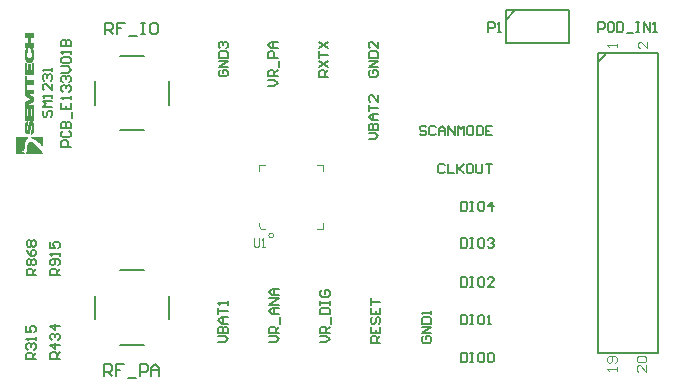
<source format=gto>
%FSAX43Y43*%
%MOMM*%
G71*
G01*
G75*
G04 Layer_Color=65535*
%ADD10R,0.650X0.650*%
%ADD11R,0.650X0.650*%
%ADD12R,1.200X1.000*%
%ADD13R,0.900X0.900*%
%ADD14C,1.000*%
%ADD15O,0.350X0.800*%
%ADD16O,0.800X0.350*%
G04:AMPARAMS|DCode=17|XSize=3.4mm|YSize=3.4mm|CornerRadius=0.085mm|HoleSize=0mm|Usage=FLASHONLY|Rotation=90.000|XOffset=0mm|YOffset=0mm|HoleType=Round|Shape=RoundedRectangle|*
%AMROUNDEDRECTD17*
21,1,3.400,3.230,0,0,90.0*
21,1,3.230,3.400,0,0,90.0*
1,1,0.170,1.615,1.615*
1,1,0.170,1.615,-1.615*
1,1,0.170,-1.615,-1.615*
1,1,0.170,-1.615,1.615*
%
%ADD17ROUNDEDRECTD17*%
%ADD18C,0.200*%
%ADD19C,0.800*%
%ADD20C,1.000*%
%ADD21C,0.400*%
%ADD22C,0.650*%
%ADD23C,0.350*%
%ADD24C,0.254*%
%ADD25C,1.100*%
%ADD26C,0.500*%
%ADD27C,1.600*%
%ADD28R,1.500X1.500*%
%ADD29C,1.500*%
%ADD30C,2.500*%
%ADD31C,0.500*%
%ADD32C,0.100*%
%ADD33C,0.025*%
%ADD34C,0.150*%
%ADD35C,0.120*%
D18*
X0100865Y0103765D02*
X0101500Y0104400D01*
X0100830Y0079070D02*
X0105910D01*
X0100830Y0102565D02*
Y0104470D01*
X0105910D01*
Y0102565D02*
Y0104470D01*
Y0079070D02*
Y0102565D01*
X0100830Y0079070D02*
Y0102565D01*
X0060340Y0104230D02*
X0062340D01*
X0064490Y0100080D02*
Y0102080D01*
X0060340Y0097930D02*
X0062340D01*
X0058190Y0100080D02*
Y0102080D01*
X0060340Y0086100D02*
X0062340D01*
X0064490Y0081950D02*
Y0083950D01*
X0060340Y0079800D02*
X0062340D01*
X0058190Y0081950D02*
Y0083950D01*
X0093010Y0107300D02*
X0093810Y0108100D01*
X0093010Y0105300D02*
Y0108100D01*
X0098350Y0105300D02*
Y0108100D01*
X0093010D02*
X0098350D01*
X0093010Y0105300D02*
X0098350D01*
X0059010Y0077170D02*
Y0078170D01*
X0059510D01*
X0059676Y0078003D01*
Y0077670D01*
X0059510Y0077503D01*
X0059010D01*
X0059343D02*
X0059676Y0077170D01*
X0060676Y0078170D02*
X0060010D01*
Y0077670D01*
X0060343D01*
X0060010D01*
Y0077170D01*
X0061009Y0077003D02*
X0061676D01*
X0062009Y0077170D02*
Y0078170D01*
X0062509D01*
X0062675Y0078003D01*
Y0077670D01*
X0062509Y0077503D01*
X0062009D01*
X0063009Y0077170D02*
Y0077836D01*
X0063342Y0078170D01*
X0063675Y0077836D01*
Y0077170D01*
Y0077670D01*
X0063009D01*
X0059090Y0106060D02*
Y0107060D01*
X0059590D01*
X0059756Y0106893D01*
Y0106560D01*
X0059590Y0106393D01*
X0059090D01*
X0059423D02*
X0059756Y0106060D01*
X0060756Y0107060D02*
X0060090D01*
Y0106560D01*
X0060423D01*
X0060090D01*
Y0106060D01*
X0061089Y0105893D02*
X0061756D01*
X0062089Y0107060D02*
X0062422D01*
X0062256D01*
Y0106060D01*
X0062089D01*
X0062422D01*
X0063422Y0107060D02*
X0063089D01*
X0062922Y0106893D01*
Y0106227D01*
X0063089Y0106060D01*
X0063422D01*
X0063589Y0106227D01*
Y0106893D01*
X0063422Y0107060D01*
D32*
X0073350Y0089020D02*
G03*
X0073350Y0089020I-0000200J0000000D01*
G01*
X0072300Y0089620D02*
X0072600D01*
X0077000D02*
X0077500D01*
Y0090120D01*
Y0094520D02*
Y0095020D01*
X0077000D02*
X0077500D01*
X0072100D02*
X0072600D01*
X0072100Y0094520D02*
Y0095020D01*
Y0089820D02*
Y0090120D01*
Y0089820D02*
X0072300Y0089620D01*
X0104900Y0078033D02*
Y0077500D01*
X0104367Y0078033D01*
X0104234D01*
X0104100Y0077900D01*
Y0077633D01*
X0104234Y0077500D01*
Y0078300D02*
X0104100Y0078433D01*
Y0078700D01*
X0104234Y0078833D01*
X0104767D01*
X0104900Y0078700D01*
Y0078433D01*
X0104767Y0078300D01*
X0104234D01*
X0102400Y0077600D02*
Y0077867D01*
Y0077733D01*
X0101600D01*
X0101734Y0077600D01*
X0102267Y0078266D02*
X0102400Y0078400D01*
Y0078666D01*
X0102267Y0078800D01*
X0101734D01*
X0101600Y0078666D01*
Y0078400D01*
X0101734Y0078266D01*
X0101867D01*
X0102000Y0078400D01*
Y0078800D01*
X0102400Y0105000D02*
Y0105267D01*
Y0105133D01*
X0101600D01*
X0101734Y0105000D01*
X0105000Y0105433D02*
Y0104900D01*
X0104467Y0105433D01*
X0104334D01*
X0104200Y0105300D01*
Y0105033D01*
X0104334Y0104900D01*
D33*
X0052780Y0096020D02*
Y0096985D01*
X0053415Y0097011D02*
Y0097366D01*
X0052018Y0096299D02*
Y0097366D01*
X0052806Y0097341D02*
Y0097366D01*
X0053720Y0096706D02*
Y0097366D01*
Y0096020D02*
Y0096045D01*
X0053695Y0096731D02*
Y0097366D01*
Y0096020D02*
Y0096071D01*
X0053669Y0096757D02*
Y0097366D01*
Y0096020D02*
Y0096122D01*
X0053644Y0096782D02*
Y0097366D01*
Y0096020D02*
Y0096147D01*
X0053618Y0096807D02*
Y0097366D01*
Y0096020D02*
Y0096172D01*
X0053593Y0096833D02*
Y0097366D01*
Y0096020D02*
Y0096198D01*
X0053568Y0096858D02*
Y0097366D01*
Y0096020D02*
Y0096249D01*
X0053542Y0096884D02*
Y0097366D01*
Y0096020D02*
Y0096274D01*
X0053517Y0096909D02*
Y0097366D01*
Y0096020D02*
Y0096299D01*
X0053491Y0096934D02*
Y0097366D01*
Y0096020D02*
Y0096325D01*
X0053466Y0096960D02*
Y0097366D01*
Y0096020D02*
Y0096350D01*
X0053441Y0096985D02*
Y0097366D01*
Y0096020D02*
Y0096401D01*
X0053415Y0096020D02*
Y0096426D01*
X0053390Y0097011D02*
Y0097366D01*
Y0096020D02*
Y0096452D01*
X0053364Y0097036D02*
Y0097366D01*
Y0096020D02*
Y0096477D01*
X0053339Y0097061D02*
Y0097366D01*
Y0096020D02*
Y0096503D01*
X0053314Y0097087D02*
Y0097366D01*
Y0096020D02*
Y0096528D01*
X0053288Y0097112D02*
Y0097366D01*
Y0096020D02*
Y0096553D01*
X0053263Y0097112D02*
Y0097366D01*
Y0096020D02*
Y0096579D01*
X0053237Y0097138D02*
Y0097366D01*
Y0096020D02*
Y0096604D01*
X0053212Y0097163D02*
Y0097366D01*
Y0096020D02*
Y0096630D01*
X0053187Y0097163D02*
Y0097366D01*
Y0096020D02*
Y0096655D01*
X0053161Y0097188D02*
Y0097366D01*
Y0096020D02*
Y0096680D01*
X0053136Y0097188D02*
Y0097366D01*
Y0096020D02*
Y0096706D01*
X0053110Y0097214D02*
Y0097366D01*
Y0096020D02*
Y0096731D01*
X0053085Y0097239D02*
Y0097366D01*
Y0096020D02*
Y0096757D01*
X0053060Y0097239D02*
Y0097366D01*
Y0096020D02*
Y0096782D01*
X0053034Y0097265D02*
Y0097366D01*
Y0096020D02*
Y0096807D01*
X0053009Y0097265D02*
Y0097366D01*
Y0096020D02*
Y0096833D01*
X0052983Y0105875D02*
Y0106180D01*
Y0105012D02*
Y0105342D01*
Y0104046D02*
Y0104681D01*
Y0102700D02*
Y0103640D01*
Y0101862D02*
Y0102167D01*
Y0101075D02*
Y0101329D01*
Y0100440D02*
Y0100744D01*
Y0099855D02*
Y0100109D01*
Y0098814D02*
Y0099754D01*
Y0097849D02*
Y0098484D01*
Y0097290D02*
Y0097366D01*
Y0096020D02*
Y0096858D01*
X0052958Y0105850D02*
Y0106180D01*
Y0105012D02*
Y0105342D01*
Y0103970D02*
Y0104758D01*
Y0102700D02*
Y0103640D01*
Y0101837D02*
Y0102167D01*
Y0101075D02*
Y0101329D01*
Y0100414D02*
Y0100770D01*
Y0099855D02*
Y0100109D01*
Y0098814D02*
Y0099754D01*
Y0097773D02*
Y0098560D01*
Y0097290D02*
Y0097366D01*
Y0096020D02*
Y0096884D01*
X0052933Y0105875D02*
Y0106180D01*
Y0105012D02*
Y0105342D01*
Y0103919D02*
Y0104834D01*
Y0102700D02*
Y0103640D01*
Y0101862D02*
Y0102167D01*
Y0101075D02*
Y0101329D01*
Y0100414D02*
Y0100770D01*
Y0099855D02*
Y0100109D01*
Y0098814D02*
Y0099754D01*
Y0097747D02*
Y0098611D01*
Y0097315D02*
Y0097366D01*
Y0096020D02*
Y0096909D01*
X0052907Y0105875D02*
Y0106180D01*
Y0105012D02*
Y0105342D01*
Y0103869D02*
Y0104859D01*
Y0102700D02*
Y0103640D01*
Y0101862D02*
Y0102167D01*
Y0101075D02*
Y0101329D01*
Y0100389D02*
Y0100795D01*
Y0099855D02*
Y0100109D01*
Y0098814D02*
Y0099754D01*
Y0097696D02*
Y0098662D01*
Y0097315D02*
Y0097366D01*
Y0096020D02*
Y0096934D01*
X0052882Y0105875D02*
Y0106180D01*
Y0105012D02*
Y0105342D01*
Y0103843D02*
Y0104885D01*
Y0102700D02*
Y0103640D01*
Y0101862D02*
Y0102167D01*
Y0101075D02*
Y0101329D01*
Y0100363D02*
Y0100795D01*
Y0099855D02*
Y0100109D01*
Y0098814D02*
Y0099754D01*
Y0097696D02*
Y0098687D01*
Y0097315D02*
Y0097366D01*
Y0096020D02*
Y0096934D01*
X0052856Y0105875D02*
Y0106180D01*
Y0105012D02*
Y0105342D01*
Y0104478D02*
Y0104910D01*
Y0103792D02*
Y0104250D01*
Y0102700D02*
Y0103640D01*
Y0101862D02*
Y0102167D01*
Y0101075D02*
Y0101329D01*
Y0100363D02*
Y0100821D01*
Y0099855D02*
Y0100109D01*
Y0098814D02*
Y0099754D01*
Y0098331D02*
Y0098687D01*
Y0097671D02*
Y0098027D01*
Y0097341D02*
Y0097366D01*
Y0096020D02*
Y0096960D01*
X0052831Y0105875D02*
Y0106180D01*
Y0105012D02*
Y0105342D01*
Y0104529D02*
Y0104935D01*
Y0103792D02*
Y0104173D01*
Y0102700D02*
Y0103005D01*
Y0101862D02*
Y0102167D01*
Y0101075D02*
Y0101329D01*
Y0100338D02*
Y0100821D01*
Y0099855D02*
Y0100109D01*
Y0098814D02*
Y0099119D01*
Y0098382D02*
Y0098712D01*
Y0097671D02*
Y0098001D01*
Y0097341D02*
Y0097366D01*
Y0096020D02*
Y0096960D01*
X0052806Y0105875D02*
Y0106180D01*
Y0105012D02*
Y0105342D01*
Y0104580D02*
Y0104935D01*
Y0103767D02*
Y0104123D01*
Y0102700D02*
Y0103005D01*
Y0101862D02*
Y0102167D01*
Y0101075D02*
Y0101329D01*
Y0100338D02*
Y0100846D01*
Y0099855D02*
Y0100109D01*
Y0098814D02*
Y0099119D01*
Y0098382D02*
Y0098712D01*
Y0097646D02*
Y0097976D01*
Y0096020D02*
Y0096985D01*
X0052780Y0105875D02*
Y0106180D01*
Y0105012D02*
Y0105342D01*
Y0104580D02*
Y0104935D01*
Y0103742D02*
Y0104097D01*
Y0102700D02*
Y0103005D01*
Y0101862D02*
Y0102167D01*
Y0101075D02*
Y0101329D01*
Y0100617D02*
Y0100871D01*
Y0100313D02*
Y0100592D01*
Y0099855D02*
Y0100109D01*
Y0098814D02*
Y0099119D01*
Y0098382D02*
Y0098712D01*
Y0097646D02*
Y0097976D01*
X0052755Y0105875D02*
Y0106180D01*
Y0105012D02*
Y0105342D01*
Y0104910D02*
Y0104935D01*
Y0103742D02*
Y0104072D01*
Y0102700D02*
Y0103005D01*
Y0101862D02*
Y0102167D01*
Y0101075D02*
Y0101329D01*
Y0100643D02*
Y0100871D01*
Y0100313D02*
Y0100567D01*
Y0099855D02*
Y0100109D01*
Y0098814D02*
Y0099119D01*
Y0098357D02*
Y0098712D01*
Y0096020D02*
Y0096985D01*
X0052729Y0105850D02*
Y0106180D01*
Y0105012D02*
Y0105342D01*
Y0103742D02*
Y0104072D01*
Y0102700D02*
Y0103005D01*
Y0101862D02*
Y0102167D01*
Y0101075D02*
Y0101329D01*
Y0100643D02*
Y0100897D01*
Y0100287D02*
Y0100541D01*
Y0099855D02*
Y0100109D01*
Y0098814D02*
Y0099119D01*
Y0098230D02*
Y0098712D01*
Y0096020D02*
Y0096985D01*
X0052704Y0105012D02*
Y0106180D01*
Y0103716D02*
Y0104072D01*
Y0102700D02*
Y0103589D01*
Y0101862D02*
Y0102167D01*
Y0101075D02*
Y0101329D01*
Y0100668D02*
Y0100897D01*
Y0100262D02*
Y0100541D01*
Y0099855D02*
Y0100109D01*
Y0098814D02*
Y0099703D01*
Y0098027D02*
Y0098687D01*
Y0096020D02*
Y0096985D01*
X0052679Y0105012D02*
Y0106180D01*
Y0103716D02*
Y0104046D01*
Y0102700D02*
Y0103589D01*
Y0101862D02*
Y0102167D01*
Y0101075D02*
Y0101329D01*
Y0100668D02*
Y0100922D01*
Y0100262D02*
Y0100541D01*
Y0099855D02*
Y0100109D01*
Y0098814D02*
Y0099703D01*
Y0097874D02*
Y0098662D01*
Y0096020D02*
Y0096960D01*
X0052653Y0105012D02*
Y0106180D01*
Y0103716D02*
Y0104046D01*
Y0102700D02*
Y0103589D01*
Y0101862D02*
Y0102167D01*
Y0101075D02*
Y0101329D01*
Y0100694D02*
Y0100922D01*
Y0100236D02*
Y0100516D01*
Y0099855D02*
Y0100109D01*
Y0098814D02*
Y0099703D01*
Y0097798D02*
Y0098636D01*
Y0096020D02*
Y0096960D01*
X0052628Y0105012D02*
Y0106180D01*
Y0103716D02*
Y0104046D01*
Y0102700D02*
Y0103589D01*
Y0101862D02*
Y0102167D01*
Y0101075D02*
Y0101329D01*
Y0100719D02*
Y0100948D01*
Y0100236D02*
Y0100490D01*
Y0099855D02*
Y0100109D01*
Y0098814D02*
Y0099703D01*
Y0097747D02*
Y0098585D01*
Y0096020D02*
Y0096934D01*
X0052602Y0105012D02*
Y0106180D01*
Y0103716D02*
Y0104046D01*
Y0102700D02*
Y0103589D01*
Y0101862D02*
Y0102167D01*
Y0101075D02*
Y0101329D01*
Y0100719D02*
Y0100973D01*
Y0100211D02*
Y0100490D01*
Y0099855D02*
Y0100109D01*
Y0098814D02*
Y0099703D01*
Y0097722D02*
Y0098509D01*
Y0096020D02*
Y0096934D01*
X0052577Y0105012D02*
Y0106180D01*
Y0103716D02*
Y0104072D01*
Y0102700D02*
Y0103589D01*
Y0101862D02*
Y0102167D01*
Y0101075D02*
Y0101329D01*
Y0100744D02*
Y0100973D01*
Y0100211D02*
Y0100465D01*
Y0099855D02*
Y0100109D01*
Y0098814D02*
Y0099703D01*
Y0097696D02*
Y0098382D01*
Y0096020D02*
Y0096884D01*
X0052552Y0105850D02*
Y0106180D01*
Y0105012D02*
Y0105342D01*
Y0103742D02*
Y0104072D01*
Y0102700D02*
Y0103005D01*
Y0101862D02*
Y0102167D01*
Y0101075D02*
Y0101329D01*
Y0100744D02*
Y0100998D01*
Y0100186D02*
Y0100465D01*
Y0099855D02*
Y0100109D01*
Y0098814D02*
Y0099119D01*
Y0097696D02*
Y0098204D01*
Y0096020D02*
Y0096858D01*
X0052526Y0105875D02*
Y0106180D01*
Y0105012D02*
Y0105342D01*
Y0103742D02*
Y0104097D01*
Y0102700D02*
Y0103005D01*
Y0101862D02*
Y0102167D01*
Y0101075D02*
Y0101329D01*
Y0100770D02*
Y0100998D01*
Y0100160D02*
Y0100440D01*
Y0099855D02*
Y0100109D01*
Y0098814D02*
Y0099119D01*
Y0097671D02*
Y0098052D01*
Y0096020D02*
Y0096807D01*
X0052501Y0105875D02*
Y0106180D01*
Y0105012D02*
Y0105342D01*
Y0104605D02*
Y0104935D01*
Y0103742D02*
Y0104097D01*
Y0102700D02*
Y0103005D01*
Y0101862D02*
Y0102167D01*
Y0101075D02*
Y0101329D01*
Y0100795D02*
Y0101024D01*
Y0100160D02*
Y0100440D01*
Y0099855D02*
Y0100109D01*
Y0098814D02*
Y0099119D01*
Y0097671D02*
Y0098001D01*
Y0097341D02*
Y0097366D01*
Y0096020D02*
Y0096706D01*
X0052475Y0105875D02*
Y0106180D01*
Y0105012D02*
Y0105342D01*
Y0104580D02*
Y0104935D01*
Y0103767D02*
Y0104148D01*
Y0102700D02*
Y0103005D01*
Y0101862D02*
Y0102167D01*
Y0101075D02*
Y0101329D01*
Y0100795D02*
Y0101024D01*
Y0100135D02*
Y0100414D01*
Y0099855D02*
Y0100109D01*
Y0098814D02*
Y0099119D01*
Y0098382D02*
Y0098687D01*
Y0097671D02*
Y0098001D01*
Y0097341D02*
Y0097366D01*
Y0096020D02*
Y0096503D01*
X0052450Y0105875D02*
Y0106180D01*
Y0105012D02*
Y0105342D01*
Y0104529D02*
Y0104910D01*
Y0103792D02*
Y0104173D01*
Y0102700D02*
Y0103005D01*
Y0101837D02*
Y0102167D01*
Y0101075D02*
Y0101329D01*
Y0100821D02*
Y0101049D01*
Y0100135D02*
Y0100389D01*
Y0099855D02*
Y0100109D01*
Y0098814D02*
Y0099119D01*
Y0098357D02*
Y0098687D01*
Y0097696D02*
Y0098001D01*
Y0097315D02*
Y0097366D01*
Y0096020D02*
Y0096198D01*
X0052425Y0105875D02*
Y0106180D01*
Y0105012D02*
Y0105342D01*
Y0104453D02*
Y0104910D01*
Y0103818D02*
Y0104275D01*
Y0102700D02*
Y0103615D01*
Y0101430D02*
Y0102573D01*
Y0100821D02*
Y0101329D01*
Y0099855D02*
Y0100389D01*
Y0098814D02*
Y0099728D01*
Y0098306D02*
Y0098662D01*
Y0097696D02*
Y0098052D01*
Y0097290D02*
Y0097366D01*
Y0096020D02*
Y0096096D01*
X0052399Y0105875D02*
Y0106180D01*
Y0105012D02*
Y0105342D01*
Y0103843D02*
Y0104885D01*
Y0102700D02*
Y0103615D01*
Y0101430D02*
Y0102573D01*
Y0100846D02*
Y0101329D01*
Y0099855D02*
Y0100363D01*
Y0098814D02*
Y0099728D01*
Y0097722D02*
Y0098662D01*
Y0097265D02*
Y0097366D01*
Y0096020D02*
Y0096071D01*
X0052374Y0105875D02*
Y0106180D01*
Y0105012D02*
Y0105342D01*
Y0103869D02*
Y0104859D01*
Y0102700D02*
Y0103615D01*
Y0101430D02*
Y0102573D01*
Y0100871D02*
Y0101329D01*
Y0099855D02*
Y0100363D01*
Y0098814D02*
Y0099728D01*
Y0097747D02*
Y0098636D01*
Y0097265D02*
Y0097366D01*
Y0096020D02*
Y0096045D01*
X0052348Y0105875D02*
Y0106180D01*
Y0105012D02*
Y0105342D01*
Y0103919D02*
Y0104808D01*
Y0102700D02*
Y0103615D01*
Y0101430D02*
Y0102573D01*
Y0100871D02*
Y0101329D01*
Y0099855D02*
Y0100338D01*
Y0098814D02*
Y0099728D01*
Y0097773D02*
Y0098611D01*
Y0097214D02*
Y0097366D01*
X0052323Y0105850D02*
Y0106180D01*
Y0105012D02*
Y0105342D01*
Y0103970D02*
Y0104758D01*
Y0102700D02*
Y0103615D01*
Y0101430D02*
Y0102573D01*
Y0100897D02*
Y0101329D01*
Y0099855D02*
Y0100338D01*
Y0098814D02*
Y0099728D01*
Y0097823D02*
Y0098560D01*
Y0097188D02*
Y0097366D01*
X0052298Y0105875D02*
Y0106180D01*
Y0105037D02*
Y0105342D01*
Y0104072D02*
Y0104656D01*
Y0102700D02*
Y0103615D01*
Y0101430D02*
Y0102573D01*
Y0100897D02*
Y0101329D01*
Y0099881D02*
Y0100313D01*
Y0098814D02*
Y0099728D01*
Y0097900D02*
Y0098484D01*
Y0097138D02*
Y0097366D01*
X0052272Y0097036D02*
Y0097366D01*
X0052247Y0096934D02*
Y0097366D01*
X0052221Y0096655D02*
Y0097366D01*
X0052196Y0096426D02*
Y0097366D01*
Y0096020D02*
Y0096045D01*
X0052171Y0096350D02*
Y0097366D01*
Y0096020D02*
Y0096045D01*
X0052145Y0096325D02*
Y0097366D01*
Y0096020D02*
Y0096045D01*
X0052120Y0096299D02*
Y0097366D01*
Y0096020D02*
Y0096071D01*
X0052094Y0096299D02*
Y0097366D01*
Y0096020D02*
Y0096071D01*
X0052069Y0096274D02*
Y0097366D01*
Y0096020D02*
Y0096096D01*
X0052044Y0096299D02*
Y0097366D01*
Y0096020D02*
Y0096122D01*
X0052018Y0096020D02*
Y0096122D01*
X0051993Y0096299D02*
Y0097366D01*
Y0096020D02*
Y0096147D01*
X0051967Y0096325D02*
Y0097366D01*
Y0096020D02*
Y0096172D01*
X0051942Y0096325D02*
Y0097366D01*
Y0096020D02*
Y0096198D01*
X0051917Y0096350D02*
Y0097366D01*
Y0096020D02*
Y0096223D01*
X0051891Y0096376D02*
Y0097366D01*
Y0096020D02*
Y0096249D01*
X0051866Y0096401D02*
Y0097366D01*
Y0096020D02*
Y0096274D01*
X0051840Y0096426D02*
Y0097366D01*
Y0096020D02*
Y0096299D01*
X0051815Y0096452D02*
Y0097366D01*
Y0096020D02*
Y0096325D01*
X0051790Y0096477D02*
Y0097366D01*
Y0096020D02*
Y0096350D01*
X0051764Y0096503D02*
Y0097366D01*
Y0096020D02*
Y0096401D01*
X0051739Y0096528D02*
Y0097366D01*
Y0096020D02*
Y0096426D01*
X0051713Y0096579D02*
Y0097366D01*
Y0096020D02*
Y0096452D01*
X0051688Y0096604D02*
Y0097366D01*
Y0096020D02*
Y0096503D01*
X0051663Y0096655D02*
Y0097366D01*
Y0096020D02*
Y0096553D01*
X0051637Y0096680D02*
Y0097366D01*
Y0096020D02*
Y0096579D01*
X0051612Y0096731D02*
Y0097366D01*
Y0096020D02*
Y0096630D01*
X0051586Y0096757D02*
Y0097366D01*
Y0096020D02*
Y0096655D01*
X0051561Y0096807D02*
Y0097366D01*
Y0096020D02*
Y0096706D01*
D34*
X0055240Y0078600D02*
X0054440D01*
Y0079000D01*
X0054574Y0079133D01*
X0054840D01*
X0054973Y0079000D01*
Y0078600D01*
Y0078867D02*
X0055240Y0079133D01*
Y0079800D02*
X0054440D01*
X0054840Y0079400D01*
Y0079933D01*
X0054574Y0080199D02*
X0054440Y0080333D01*
Y0080599D01*
X0054574Y0080733D01*
X0054707D01*
X0054840Y0080599D01*
Y0080466D01*
Y0080599D01*
X0054973Y0080733D01*
X0055107D01*
X0055240Y0080599D01*
Y0080333D01*
X0055107Y0080199D01*
X0055240Y0081399D02*
X0054440D01*
X0054840Y0080999D01*
Y0081532D01*
X0053220Y0078560D02*
X0052420D01*
Y0078960D01*
X0052554Y0079093D01*
X0052820D01*
X0052953Y0078960D01*
Y0078560D01*
Y0078827D02*
X0053220Y0079093D01*
X0052554Y0079360D02*
X0052420Y0079493D01*
Y0079760D01*
X0052554Y0079893D01*
X0052687D01*
X0052820Y0079760D01*
Y0079626D01*
Y0079760D01*
X0052953Y0079893D01*
X0053087D01*
X0053220Y0079760D01*
Y0079493D01*
X0053087Y0079360D01*
X0053220Y0080159D02*
Y0080426D01*
Y0080293D01*
X0052420D01*
X0052554Y0080159D01*
X0052420Y0081359D02*
Y0080826D01*
X0052820D01*
X0052687Y0081093D01*
Y0081226D01*
X0052820Y0081359D01*
X0053087D01*
X0053220Y0081226D01*
Y0080959D01*
X0053087Y0080826D01*
X0055240Y0085700D02*
X0054440D01*
Y0086100D01*
X0054574Y0086233D01*
X0054840D01*
X0054973Y0086100D01*
Y0085700D01*
Y0085967D02*
X0055240Y0086233D01*
X0055107Y0086500D02*
X0055240Y0086633D01*
Y0086900D01*
X0055107Y0087033D01*
X0054574D01*
X0054440Y0086900D01*
Y0086633D01*
X0054574Y0086500D01*
X0054707D01*
X0054840Y0086633D01*
Y0087033D01*
X0055240Y0087299D02*
Y0087566D01*
Y0087433D01*
X0054440D01*
X0054574Y0087299D01*
X0054440Y0088499D02*
Y0087966D01*
X0054840D01*
X0054707Y0088233D01*
Y0088366D01*
X0054840Y0088499D01*
X0055107D01*
X0055240Y0088366D01*
Y0088099D01*
X0055107Y0087966D01*
X0053240Y0085700D02*
X0052440D01*
Y0086100D01*
X0052574Y0086233D01*
X0052840D01*
X0052973Y0086100D01*
Y0085700D01*
Y0085967D02*
X0053240Y0086233D01*
X0052574Y0086500D02*
X0052440Y0086633D01*
Y0086900D01*
X0052574Y0087033D01*
X0052707D01*
X0052840Y0086900D01*
X0052973Y0087033D01*
X0053107D01*
X0053240Y0086900D01*
Y0086633D01*
X0053107Y0086500D01*
X0052973D01*
X0052840Y0086633D01*
X0052707Y0086500D01*
X0052574D01*
X0052840Y0086633D02*
Y0086900D01*
X0052440Y0087833D02*
X0052574Y0087566D01*
X0052840Y0087299D01*
X0053107D01*
X0053240Y0087433D01*
Y0087699D01*
X0053107Y0087833D01*
X0052973D01*
X0052840Y0087699D01*
Y0087299D01*
X0052574Y0088099D02*
X0052440Y0088233D01*
Y0088499D01*
X0052574Y0088632D01*
X0052707D01*
X0052840Y0088499D01*
X0052973Y0088632D01*
X0053107D01*
X0053240Y0088499D01*
Y0088233D01*
X0053107Y0088099D01*
X0052973D01*
X0052840Y0088233D01*
X0052707Y0088099D01*
X0052574D01*
X0052840Y0088233D02*
Y0088499D01*
X0087833Y0094966D02*
X0087700Y0095100D01*
X0087433D01*
X0087300Y0094966D01*
Y0094433D01*
X0087433Y0094300D01*
X0087700D01*
X0087833Y0094433D01*
X0088100Y0095100D02*
Y0094300D01*
X0088633D01*
X0088899Y0095100D02*
Y0094300D01*
Y0094567D01*
X0089433Y0095100D01*
X0089033Y0094700D01*
X0089433Y0094300D01*
X0090099Y0095100D02*
X0089833D01*
X0089699Y0094966D01*
Y0094433D01*
X0089833Y0094300D01*
X0090099D01*
X0090232Y0094433D01*
Y0094966D01*
X0090099Y0095100D01*
X0090499D02*
Y0094433D01*
X0090632Y0094300D01*
X0090899D01*
X0091032Y0094433D01*
Y0095100D01*
X0091299D02*
X0091832D01*
X0091565D01*
Y0094300D01*
X0086024Y0080503D02*
X0085890Y0080370D01*
Y0080103D01*
X0086024Y0079970D01*
X0086557D01*
X0086690Y0080103D01*
Y0080370D01*
X0086557Y0080503D01*
X0086290D01*
Y0080237D01*
X0086690Y0080770D02*
X0085890D01*
X0086690Y0081303D01*
X0085890D01*
Y0081569D02*
X0086690D01*
Y0081969D01*
X0086557Y0082103D01*
X0086024D01*
X0085890Y0081969D01*
Y0081569D01*
X0086690Y0082369D02*
Y0082636D01*
Y0082503D01*
X0085890D01*
X0086024Y0082369D01*
X0081524Y0103023D02*
X0081390Y0102890D01*
Y0102623D01*
X0081524Y0102490D01*
X0082057D01*
X0082190Y0102623D01*
Y0102890D01*
X0082057Y0103023D01*
X0081790D01*
Y0102757D01*
X0082190Y0103290D02*
X0081390D01*
X0082190Y0103823D01*
X0081390D01*
Y0104089D02*
X0082190D01*
Y0104489D01*
X0082057Y0104623D01*
X0081524D01*
X0081390Y0104489D01*
Y0104089D01*
X0082190Y0105422D02*
Y0104889D01*
X0081657Y0105422D01*
X0081524D01*
X0081390Y0105289D01*
Y0105023D01*
X0081524Y0104889D01*
X0089200Y0079100D02*
Y0078300D01*
X0089600D01*
X0089733Y0078433D01*
Y0078966D01*
X0089600Y0079100D01*
X0089200D01*
X0090000D02*
X0090266D01*
X0090133D01*
Y0078300D01*
X0090000D01*
X0090266D01*
X0091066Y0079100D02*
X0090799D01*
X0090666Y0078966D01*
Y0078433D01*
X0090799Y0078300D01*
X0091066D01*
X0091199Y0078433D01*
Y0078966D01*
X0091066Y0079100D01*
X0091466Y0078966D02*
X0091599Y0079100D01*
X0091866D01*
X0091999Y0078966D01*
Y0078433D01*
X0091866Y0078300D01*
X0091599D01*
X0091466Y0078433D01*
Y0078966D01*
X0089200Y0082300D02*
Y0081500D01*
X0089600D01*
X0089733Y0081633D01*
Y0082166D01*
X0089600Y0082300D01*
X0089200D01*
X0090000D02*
X0090266D01*
X0090133D01*
Y0081500D01*
X0090000D01*
X0090266D01*
X0091066Y0082300D02*
X0090799D01*
X0090666Y0082166D01*
Y0081633D01*
X0090799Y0081500D01*
X0091066D01*
X0091199Y0081633D01*
Y0082166D01*
X0091066Y0082300D01*
X0091466Y0081500D02*
X0091733D01*
X0091599D01*
Y0082300D01*
X0091466Y0082166D01*
X0089200Y0085500D02*
Y0084700D01*
X0089600D01*
X0089733Y0084833D01*
Y0085366D01*
X0089600Y0085500D01*
X0089200D01*
X0090000D02*
X0090266D01*
X0090133D01*
Y0084700D01*
X0090000D01*
X0090266D01*
X0091066Y0085500D02*
X0090799D01*
X0090666Y0085366D01*
Y0084833D01*
X0090799Y0084700D01*
X0091066D01*
X0091199Y0084833D01*
Y0085366D01*
X0091066Y0085500D01*
X0091999Y0084700D02*
X0091466D01*
X0091999Y0085233D01*
Y0085366D01*
X0091866Y0085500D01*
X0091599D01*
X0091466Y0085366D01*
X0089200Y0088800D02*
Y0088000D01*
X0089600D01*
X0089733Y0088133D01*
Y0088666D01*
X0089600Y0088800D01*
X0089200D01*
X0090000D02*
X0090266D01*
X0090133D01*
Y0088000D01*
X0090000D01*
X0090266D01*
X0091066Y0088800D02*
X0090799D01*
X0090666Y0088666D01*
Y0088133D01*
X0090799Y0088000D01*
X0091066D01*
X0091199Y0088133D01*
Y0088666D01*
X0091066Y0088800D01*
X0091466Y0088666D02*
X0091599Y0088800D01*
X0091866D01*
X0091999Y0088666D01*
Y0088533D01*
X0091866Y0088400D01*
X0091733D01*
X0091866D01*
X0091999Y0088267D01*
Y0088133D01*
X0091866Y0088000D01*
X0091599D01*
X0091466Y0088133D01*
X0089200Y0091900D02*
Y0091100D01*
X0089600D01*
X0089733Y0091233D01*
Y0091766D01*
X0089600Y0091900D01*
X0089200D01*
X0090000D02*
X0090266D01*
X0090133D01*
Y0091100D01*
X0090000D01*
X0090266D01*
X0091066Y0091900D02*
X0090799D01*
X0090666Y0091766D01*
Y0091233D01*
X0090799Y0091100D01*
X0091066D01*
X0091199Y0091233D01*
Y0091766D01*
X0091066Y0091900D01*
X0091866Y0091100D02*
Y0091900D01*
X0091466Y0091500D01*
X0091999D01*
X0091540Y0106300D02*
Y0107100D01*
X0091940D01*
X0092073Y0106966D01*
Y0106700D01*
X0091940Y0106567D01*
X0091540D01*
X0092340Y0106300D02*
X0092606D01*
X0092473D01*
Y0107100D01*
X0092340Y0106966D01*
X0100840Y0106290D02*
Y0107090D01*
X0101240D01*
X0101373Y0106956D01*
Y0106690D01*
X0101240Y0106557D01*
X0100840D01*
X0102040Y0107090D02*
X0101773D01*
X0101640Y0106956D01*
Y0106423D01*
X0101773Y0106290D01*
X0102040D01*
X0102173Y0106423D01*
Y0106956D01*
X0102040Y0107090D01*
X0102439D02*
Y0106290D01*
X0102839D01*
X0102973Y0106423D01*
Y0106956D01*
X0102839Y0107090D01*
X0102439D01*
X0103239Y0106157D02*
X0103772D01*
X0104039Y0107090D02*
X0104306D01*
X0104172D01*
Y0106290D01*
X0104039D01*
X0104306D01*
X0104705D02*
Y0107090D01*
X0105239Y0106290D01*
Y0107090D01*
X0105505Y0106290D02*
X0105772D01*
X0105638D01*
Y0107090D01*
X0105505Y0106956D01*
X0082390Y0079970D02*
X0081590D01*
Y0080370D01*
X0081724Y0080503D01*
X0081990D01*
X0082123Y0080370D01*
Y0079970D01*
Y0080237D02*
X0082390Y0080503D01*
X0081590Y0081303D02*
Y0080770D01*
X0082390D01*
Y0081303D01*
X0081990Y0080770D02*
Y0081036D01*
X0081724Y0082103D02*
X0081590Y0081969D01*
Y0081703D01*
X0081724Y0081569D01*
X0081857D01*
X0081990Y0081703D01*
Y0081969D01*
X0082123Y0082103D01*
X0082257D01*
X0082390Y0081969D01*
Y0081703D01*
X0082257Y0081569D01*
X0081590Y0082902D02*
Y0082369D01*
X0082390D01*
Y0082902D01*
X0081990Y0082369D02*
Y0082636D01*
X0081590Y0083169D02*
Y0083702D01*
Y0083436D01*
X0082390D01*
X0077990Y0102490D02*
X0077190D01*
Y0102890D01*
X0077324Y0103023D01*
X0077590D01*
X0077723Y0102890D01*
Y0102490D01*
Y0102757D02*
X0077990Y0103023D01*
X0077190Y0103290D02*
X0077990Y0103823D01*
X0077190D02*
X0077990Y0103290D01*
X0077190Y0104089D02*
Y0104623D01*
Y0104356D01*
X0077990D01*
X0077190Y0104889D02*
X0077990Y0105422D01*
X0077190D02*
X0077990Y0104889D01*
X0086273Y0098186D02*
X0086140Y0098320D01*
X0085873D01*
X0085740Y0098186D01*
Y0098053D01*
X0085873Y0097920D01*
X0086140D01*
X0086273Y0097787D01*
Y0097653D01*
X0086140Y0097520D01*
X0085873D01*
X0085740Y0097653D01*
X0087073Y0098186D02*
X0086940Y0098320D01*
X0086673D01*
X0086540Y0098186D01*
Y0097653D01*
X0086673Y0097520D01*
X0086940D01*
X0087073Y0097653D01*
X0087339Y0097520D02*
Y0098053D01*
X0087606Y0098320D01*
X0087873Y0098053D01*
Y0097520D01*
Y0097920D01*
X0087339D01*
X0088139Y0097520D02*
Y0098320D01*
X0088672Y0097520D01*
Y0098320D01*
X0088939Y0097520D02*
Y0098320D01*
X0089206Y0098053D01*
X0089472Y0098320D01*
Y0097520D01*
X0090139Y0098320D02*
X0089872D01*
X0089739Y0098186D01*
Y0097653D01*
X0089872Y0097520D01*
X0090139D01*
X0090272Y0097653D01*
Y0098186D01*
X0090139Y0098320D01*
X0090538D02*
Y0097520D01*
X0090938D01*
X0091072Y0097653D01*
Y0098186D01*
X0090938Y0098320D01*
X0090538D01*
X0091871D02*
X0091338D01*
Y0097520D01*
X0091871D01*
X0091338Y0097920D02*
X0091605D01*
X0068680Y0079980D02*
X0069213D01*
X0069480Y0080247D01*
X0069213Y0080513D01*
X0068680D01*
Y0080780D02*
X0069480D01*
Y0081180D01*
X0069347Y0081313D01*
X0069213D01*
X0069080Y0081180D01*
Y0080780D01*
Y0081180D01*
X0068947Y0081313D01*
X0068814D01*
X0068680Y0081180D01*
Y0080780D01*
X0069480Y0081579D02*
X0068947D01*
X0068680Y0081846D01*
X0068947Y0082113D01*
X0069480D01*
X0069080D01*
Y0081579D01*
X0068680Y0082379D02*
Y0082912D01*
Y0082646D01*
X0069480D01*
Y0083179D02*
Y0083446D01*
Y0083312D01*
X0068680D01*
X0068814Y0083179D01*
X0081400Y0097170D02*
X0081933D01*
X0082200Y0097437D01*
X0081933Y0097703D01*
X0081400D01*
Y0097970D02*
X0082200D01*
Y0098370D01*
X0082067Y0098503D01*
X0081933D01*
X0081800Y0098370D01*
Y0097970D01*
Y0098370D01*
X0081667Y0098503D01*
X0081534D01*
X0081400Y0098370D01*
Y0097970D01*
X0082200Y0098769D02*
X0081667D01*
X0081400Y0099036D01*
X0081667Y0099303D01*
X0082200D01*
X0081800D01*
Y0098769D01*
X0081400Y0099569D02*
Y0100102D01*
Y0099836D01*
X0082200D01*
Y0100902D02*
Y0100369D01*
X0081667Y0100902D01*
X0081534D01*
X0081400Y0100769D01*
Y0100502D01*
X0081534Y0100369D01*
X0072990Y0079980D02*
X0073523D01*
X0073790Y0080247D01*
X0073523Y0080513D01*
X0072990D01*
X0073790Y0080780D02*
X0072990D01*
Y0081180D01*
X0073124Y0081313D01*
X0073390D01*
X0073523Y0081180D01*
Y0080780D01*
Y0081046D02*
X0073790Y0081313D01*
X0073923Y0081579D02*
Y0082113D01*
X0073790Y0082379D02*
X0073257D01*
X0072990Y0082646D01*
X0073257Y0082912D01*
X0073790D01*
X0073390D01*
Y0082379D01*
X0073790Y0083179D02*
X0072990D01*
X0073790Y0083712D01*
X0072990D01*
X0073790Y0083979D02*
X0073257D01*
X0072990Y0084245D01*
X0073257Y0084512D01*
X0073790D01*
X0073390D01*
Y0083979D01*
X0077290Y0079980D02*
X0077823D01*
X0078090Y0080247D01*
X0077823Y0080513D01*
X0077290D01*
X0078090Y0080780D02*
X0077290D01*
Y0081180D01*
X0077424Y0081313D01*
X0077690D01*
X0077823Y0081180D01*
Y0080780D01*
Y0081046D02*
X0078090Y0081313D01*
X0078223Y0081579D02*
Y0082113D01*
X0077290Y0082379D02*
X0078090D01*
Y0082779D01*
X0077957Y0082912D01*
X0077424D01*
X0077290Y0082779D01*
Y0082379D01*
Y0083179D02*
Y0083446D01*
Y0083312D01*
X0078090D01*
Y0083179D01*
Y0083446D01*
X0077424Y0084379D02*
X0077290Y0084245D01*
Y0083979D01*
X0077424Y0083845D01*
X0077957D01*
X0078090Y0083979D01*
Y0084245D01*
X0077957Y0084379D01*
X0077690D01*
Y0084112D01*
X0072890Y0101700D02*
X0073423D01*
X0073690Y0101967D01*
X0073423Y0102233D01*
X0072890D01*
X0073690Y0102500D02*
X0072890D01*
Y0102900D01*
X0073024Y0103033D01*
X0073290D01*
X0073423Y0102900D01*
Y0102500D01*
Y0102766D02*
X0073690Y0103033D01*
X0073823Y0103299D02*
Y0103833D01*
X0073690Y0104099D02*
X0072890D01*
Y0104499D01*
X0073024Y0104632D01*
X0073290D01*
X0073423Y0104499D01*
Y0104099D01*
X0073690Y0104899D02*
X0073157D01*
X0072890Y0105166D01*
X0073157Y0105432D01*
X0073690D01*
X0073290D01*
Y0104899D01*
X0068824Y0103033D02*
X0068690Y0102900D01*
Y0102633D01*
X0068824Y0102500D01*
X0069357D01*
X0069490Y0102633D01*
Y0102900D01*
X0069357Y0103033D01*
X0069090D01*
Y0102767D01*
X0069490Y0103300D02*
X0068690D01*
X0069490Y0103833D01*
X0068690D01*
Y0104099D02*
X0069490D01*
Y0104499D01*
X0069357Y0104633D01*
X0068824D01*
X0068690Y0104499D01*
Y0104099D01*
X0068824Y0104899D02*
X0068690Y0105033D01*
Y0105299D01*
X0068824Y0105432D01*
X0068957D01*
X0069090Y0105299D01*
Y0105166D01*
Y0105299D01*
X0069223Y0105432D01*
X0069357D01*
X0069490Y0105299D01*
Y0105033D01*
X0069357Y0104899D01*
X0056190Y0096550D02*
X0055390D01*
Y0096950D01*
X0055524Y0097083D01*
X0055790D01*
X0055923Y0096950D01*
Y0096550D01*
X0055524Y0097883D02*
X0055390Y0097750D01*
Y0097483D01*
X0055524Y0097350D01*
X0056057D01*
X0056190Y0097483D01*
Y0097750D01*
X0056057Y0097883D01*
X0055390Y0098149D02*
X0056190D01*
Y0098549D01*
X0056057Y0098683D01*
X0055923D01*
X0055790Y0098549D01*
Y0098149D01*
Y0098549D01*
X0055657Y0098683D01*
X0055524D01*
X0055390Y0098549D01*
Y0098149D01*
X0056323Y0098949D02*
Y0099482D01*
X0055390Y0100282D02*
Y0099749D01*
X0056190D01*
Y0100282D01*
X0055790Y0099749D02*
Y0100016D01*
X0056190Y0100549D02*
Y0100815D01*
Y0100682D01*
X0055390D01*
X0055524Y0100549D01*
Y0101215D02*
X0055390Y0101348D01*
Y0101615D01*
X0055524Y0101748D01*
X0055657D01*
X0055790Y0101615D01*
Y0101482D01*
Y0101615D01*
X0055923Y0101748D01*
X0056057D01*
X0056190Y0101615D01*
Y0101348D01*
X0056057Y0101215D01*
X0055524Y0102015D02*
X0055390Y0102148D01*
Y0102415D01*
X0055524Y0102548D01*
X0055657D01*
X0055790Y0102415D01*
Y0102281D01*
Y0102415D01*
X0055923Y0102548D01*
X0056057D01*
X0056190Y0102415D01*
Y0102148D01*
X0056057Y0102015D01*
X0055390Y0102815D02*
X0055923D01*
X0056190Y0103081D01*
X0055923Y0103348D01*
X0055390D01*
X0055524Y0103614D02*
X0055390Y0103748D01*
Y0104014D01*
X0055524Y0104148D01*
X0056057D01*
X0056190Y0104014D01*
Y0103748D01*
X0056057Y0103614D01*
X0055524D01*
X0056190Y0104414D02*
Y0104681D01*
Y0104547D01*
X0055390D01*
X0055524Y0104414D01*
X0055390Y0105081D02*
X0056190D01*
Y0105480D01*
X0056057Y0105614D01*
X0055923D01*
X0055790Y0105480D01*
Y0105081D01*
Y0105480D01*
X0055657Y0105614D01*
X0055524D01*
X0055390Y0105480D01*
Y0105081D01*
X0053934Y0099603D02*
X0053800Y0099470D01*
Y0099203D01*
X0053934Y0099070D01*
X0054067D01*
X0054200Y0099203D01*
Y0099470D01*
X0054333Y0099603D01*
X0054467D01*
X0054600Y0099470D01*
Y0099203D01*
X0054467Y0099070D01*
X0054600Y0099870D02*
X0053800D01*
X0054067Y0100136D01*
X0053800Y0100403D01*
X0054600D01*
Y0100669D02*
Y0100936D01*
Y0100803D01*
X0053800D01*
X0053934Y0100669D01*
X0054600Y0101869D02*
Y0101336D01*
X0054067Y0101869D01*
X0053934D01*
X0053800Y0101736D01*
Y0101469D01*
X0053934Y0101336D01*
Y0102136D02*
X0053800Y0102269D01*
Y0102536D01*
X0053934Y0102669D01*
X0054067D01*
X0054200Y0102536D01*
Y0102402D01*
Y0102536D01*
X0054333Y0102669D01*
X0054467D01*
X0054600Y0102536D01*
Y0102269D01*
X0054467Y0102136D01*
X0054600Y0102935D02*
Y0103202D01*
Y0103069D01*
X0053800D01*
X0053934Y0102935D01*
D35*
X0071670Y0088790D02*
Y0088207D01*
X0071787Y0088090D01*
X0072020D01*
X0072137Y0088207D01*
Y0088790D01*
X0072370Y0088090D02*
X0072603D01*
X0072486D01*
Y0088790D01*
X0072370Y0088673D01*
M02*

</source>
